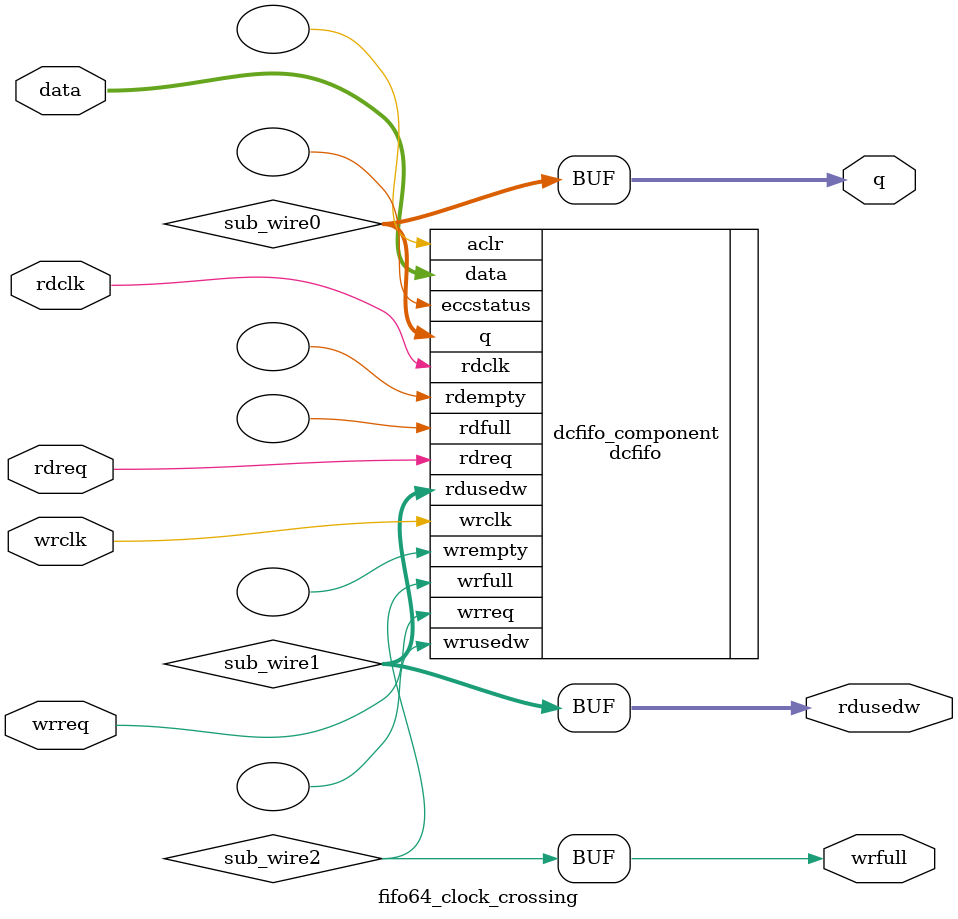
<source format=v>
module fifo64_clock_crossing (
	data,
	rdclk,
	rdreq,
	wrclk,
	wrreq,
	q,
	rdusedw,
	wrfull);
	input	[63:0]  data;
	input	  rdclk;
	input	  rdreq;
	input	  wrclk;
	input	  wrreq;
	output	[63:0]  q;
	output	[12:0]  rdusedw;
	output	  wrfull;
	wire [63:0] sub_wire0;
	wire [12:0] sub_wire1;
	wire  sub_wire2;
	wire [63:0] q = sub_wire0[63:0];
	wire [12:0] rdusedw = sub_wire1[12:0];
	wire  wrfull = sub_wire2;
	dcfifo	dcfifo_component (
				.data (data),
				.rdclk (rdclk),
				.rdreq (rdreq),
				.wrclk (wrclk),
				.wrreq (wrreq),
				.q (sub_wire0),
				.rdusedw (sub_wire1),
				.wrfull (sub_wire2),
				.aclr (),
				.eccstatus (),
				.rdempty (),
				.rdfull (),
				.wrempty (),
				.wrusedw ());
	defparam
		dcfifo_component.add_usedw_msb_bit = "ON",
		dcfifo_component.intended_device_family = "Cyclone IV E",
		dcfifo_component.lpm_numwords = 4096,
		dcfifo_component.lpm_showahead = "OFF",
		dcfifo_component.lpm_type = "dcfifo",
		dcfifo_component.lpm_width = 64,
		dcfifo_component.lpm_widthu = 13,
		dcfifo_component.overflow_checking = "ON",
		dcfifo_component.rdsync_delaypipe = 5,
		dcfifo_component.underflow_checking = "ON",
		dcfifo_component.use_eab = "ON",
		dcfifo_component.wrsync_delaypipe = 5;
endmodule
</source>
